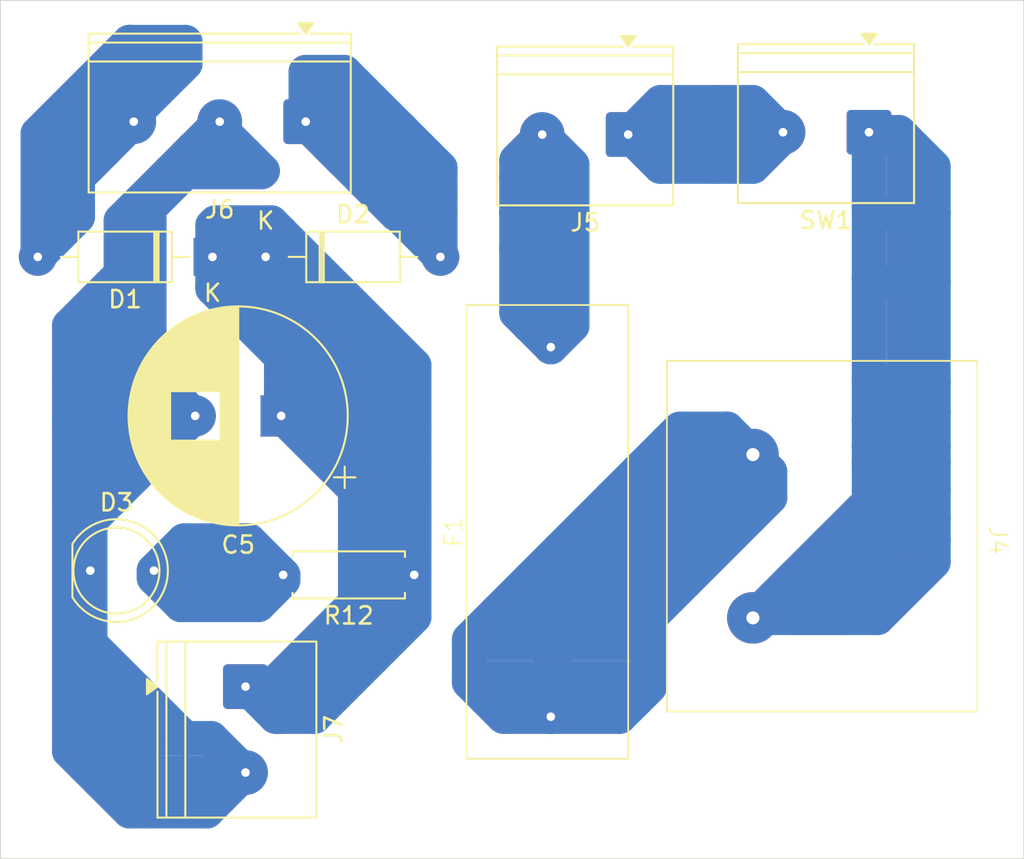
<source format=kicad_pcb>
(kicad_pcb (version 20241229) (generator "pcbnew") (generator_version "9.0")
  (layers (0 "F.Cu" signal) (2 "B.Cu" signal) (13 "F.Paste" user) (15 "B.Paste" user) (5 "F.SilkS" user "F.Silkscreen") (7 "B.SilkS" user "B.Silkscreen") (1 "F.Mask" user) (3 "B.Mask" user) (25 "Edge.Cuts" user))
  (net 0 "")
  (net 1 "Net-(D1-K)")
  (net 2 "GND1")
  (net 3 "Net-(D1-A)")
  (net 4 "Net-(D2-A)")
  (net 5 "Net-(D3-A)")
  (net 6 "Net-(J5-Pin_2)")
  (net 7 "Net-(J4-Pin_1)")
  (net 8 "Net-(J4-Pin_2)")
  (net 9 "Net-(J5-Pin_1)")
  (footprint "Diode_THT:D_DO-41_SOD81_P10.16mm_Horizontal" (layer "F.Cu") (at 122.68 79.8 180)
    (property "Reference" "D1" (at 5.08 -2.47 0) (layer "F.SilkS"))
    (property "Value" "1N4007")
    (fp_text user "K" (at 0 -2.1 0) (layer "F.SilkS"))
    (pad "1" thru_hole rect (at 0 0 180) (size 2.2 2.2) (drill 0.5) (layers "*.Cu" "*.Mask") (net 1 "Net-(D1-K)"))
    (pad "2" thru_hole oval (at 10.16 0 180) (size 2.2 2.2) (drill 0.5) (layers "*.Cu" "*.Mask") (net 3 "Net-(D1-A)"))
  )
  (footprint "TerminalBlock_Phoenix:TerminalBlock_Phoenix_PT-1,5-3-5.0-H_1x03_P5.00mm_Horizontal" (layer "F.Cu") (at 128.1 71.9325 180)
    (property "Reference" "J6" (at 5 -5.12 0) (layer "F.SilkS"))
    (property "Value" "T_Secondary")
    (pad "1" thru_hole roundrect (at 0 0 180) (size 2.6 2.6) (drill 0.5) (layers "*.Cu" "*.Mask") (roundrect_rratio 0.096154) (net 4 "Net-(D2-A)"))
    (pad "2" thru_hole circle (at 5 0 180) (size 2.6 2.6) (drill 0.5) (layers "*.Cu" "*.Mask") (net 2 "GND1"))
    (pad "3" thru_hole circle (at 10 0 180) (size 2.6 2.6) (drill 0.5) (layers "*.Cu" "*.Mask") (net 3 "Net-(D1-A)"))
  )
  (footprint "TerminalBlock_Phoenix:TerminalBlock_Phoenix_PT-1,5-2-5.0-H_1x02_P5.00mm_Horizontal" (layer "F.Cu") (at 160.85 72.55 180)
    (property "Reference" "SW1" (at 2.5 -5.12 0) (layer "F.SilkS"))
    (property "Value" "SW_SPST")
    (pad "1" thru_hole roundrect (at 0 0 180) (size 2.6 2.6) (drill 0.5) (layers "*.Cu" "*.Mask") (roundrect_rratio 0.096154) (net 8 "Net-(J4-Pin_2)"))
    (pad "2" thru_hole circle (at 5 0 180) (size 2.6 2.6) (drill 0.5) (layers "*.Cu" "*.Mask") (net 9 "Net-(J5-Pin_1)"))
  )
  (footprint "LED_THT:LED_D5.0mm" (layer "F.Cu") (at 115.825 98.05)
    (property "Reference" "D3" (at 1.27 -3.96 0) (layer "F.SilkS"))
    (property "Value" "LED")
    (pad "1" thru_hole rect (at -0.25 0) (size 1.8 1.8) (drill 0.5) (layers "*.Cu" "*.Mask") (net 2 "GND1"))
    (pad "2" thru_hole circle (at 3.45 0) (size 1.8 1.8) (drill 0.5) (layers "*.Cu" "*.Mask") (net 5 "Net-(D3-A)"))
  )
  (footprint "Diode_THT:D_DO-41_SOD81_P10.16mm_Horizontal" (layer "F.Cu") (at 125.77 79.8)
    (property "Reference" "D2" (at 5.08 -2.47 0) (layer "F.SilkS"))
    (property "Value" "1N4007")
    (fp_text user "K" (at 0 -2.1 0) (layer "F.SilkS"))
    (pad "1" thru_hole rect (at 0 0) (size 2.2 2.2) (drill 0.5) (layers "*.Cu" "*.Mask") (net 1 "Net-(D1-K)"))
    (pad "2" thru_hole oval (at 10.16 0) (size 2.2 2.2) (drill 0.5) (layers "*.Cu" "*.Mask") (net 4 "Net-(D2-A)"))
  )
  (footprint "TerminalBlock_Phoenix:TerminalBlock_Phoenix_PT-1,5-2-5.0-H_1x02_P5.00mm_Horizontal" (layer "F.Cu") (at 146.85 72.6825 180)
    (property "Reference" "J5" (at 2.5 -5.12 0) (layer "F.SilkS"))
    (property "Value" "T_Primary")
    (pad "1" thru_hole roundrect (at 0 0 180) (size 2.6 2.6) (drill 0.5) (layers "*.Cu" "*.Mask") (roundrect_rratio 0.096154) (net 9 "Net-(J5-Pin_1)"))
    (pad "2" thru_hole circle (at 5 0 180) (size 2.6 2.6) (drill 0.5) (layers "*.Cu" "*.Mask") (net 6 "Net-(J5-Pin_2)"))
  )
  (footprint "TerminalBlock_Phoenix:TerminalBlock_Phoenix_PT-1,5-2-5.0-H_1x02_P5.00mm_Horizontal" (layer "F.Cu") (at 124.6 104.8 -90)
    (property "Reference" "J7" (at 2.5 -5.12 90) (layer "F.SilkS"))
    (property "Value" "DC Output")
    (pad "1" thru_hole roundrect (at 0 0 270) (size 2.6 2.6) (drill 0.5) (layers "*.Cu" "*.Mask") (roundrect_rratio 0.096154) (net 1 "Net-(D1-K)"))
    (pad "2" thru_hole circle (at 5 0 270) (size 2.6 2.6) (drill 0.5) (layers "*.Cu" "*.Mask") (net 2 "GND1"))
  )
  (footprint "MyFuse_THT:BLX-A 5×20 Black Glass Fuse Holder with Cover" (layer "F.Cu") (at 142.1 95.8 90)
    (property "Reference" "F1" (at 0 -5.4 90) (layer "F.SilkS") (effects (font (thickness 0.1))))
    (property "Value" "Fuse")
    (pad "1" thru_hole circle (at -10.75 0.25 90) (size 2 2) (drill 0.5) (layers "*.Cu" "*.Mask") (net 7 "Net-(J4-Pin_1)"))
    (pad "2" thru_hole circle (at 10.75 0.25 90) (size 2 2) (drill 0.5) (layers "*.Cu" "*.Mask") (net 6 "Net-(J5-Pin_2)"))
  )
  (footprint "Capacitor_THT:CP_Radial_D12.5mm_P5.00mm" (layer "F.Cu") (at 126.673959 89.05 180)
    (property "Reference" "C5" (at 2.5 -7.5 0) (layer "F.SilkS"))
    (property "Value" "2200uF")
    (pad "1" thru_hole rect (at 0 0 180) (size 2.4 2.4) (drill 0.5) (layers "*.Cu" "*.Mask") (net 1 "Net-(D1-K)"))
    (pad "2" thru_hole circle (at 5 0 180) (size 2.4 2.4) (drill 0.5) (layers "*.Cu" "*.Mask") (net 2 "GND1"))
  )
  (footprint "Resistor_THT:R_Axial_DIN0207_L6.3mm_D2.5mm_P7.62mm_Horizontal" (layer "F.Cu") (at 134.41 98.3 180)
    (property "Reference" "R12" (at 3.81 -2.37 0) (layer "F.SilkS"))
    (property "Value" "4.7k")
    (pad "1" thru_hole circle (at 0 0 180) (size 1.6 1.6) (drill 0.5) (layers "*.Cu" "*.Mask") (net 1 "Net-(D1-K)"))
    (pad "2" thru_hole oval (at 7.62 0 180) (size 1.6 1.6) (drill 0.5) (layers "*.Cu" "*.Mask") (net 5 "Net-(D3-A)"))
  )
  (footprint "EndTerminal_THT:HB9500-2P_1x2_Screw_Terminal" (layer "F.Cu") (at 156.85 96.05 -90)
    (property "Reference" "J4" (at 0.25 -11.5 270) (layer "F.SilkS") (effects (font (thickness 0.1))))
    (property "Value" "AC Input")
    (pad "1" thru_hole circle (at -4.75 2.75 270) (size 3 3) (drill 0.762) (layers "*.Cu" "*.Mask") (net 7 "Net-(J4-Pin_1)"))
    (pad "2" thru_hole circle (at 4.75 2.75) (size 3 3) (drill 0.762) (layers "*.Cu" "*.Mask") (net 8 "Net-(J4-Pin_2)"))
  )
  (gr_rect (start 110.35 64.88) (end 169.85 114.8) (stroke (width 0.05)) (fill no) (layer "Edge.Cuts"))
  (segment (start 124.6 104.8) (end 126.35 106.55) (width 2) (layer "B.Cu") (net 1))
  (segment (start 130.975 99.925) (end 130.975 96.8) (width 2) (layer "B.Cu") (net 1))
  (segment (start 126.673959 78.373959) (end 126.1 77.8) (width 2) (layer "B.Cu") (net 1))
  (segment (start 134.41 88.05) (end 134.41 86.11) (width 2) (layer "B.Cu") (net 1))
  (segment (start 122.68 79.8) (end 122.68 77.97) (width 2) (layer "B.Cu") (net 1))
  (segment (start 128.88 84.27) (end 134.41 89.8) (width 2) (layer "B.Cu") (net 1))
  (segment (start 128.483959 85.623959) (end 134.41 91.55) (width 2) (layer "B.Cu") (net 1))
  (segment (start 130.505 102.205) (end 134.41 98.3) (width 2) (layer "B.Cu") (net 1))
  (segment (start 122.68 79.8) (end 122.68 81.63) (width 2) (layer "B.Cu") (net 1))
  (segment (start 131.475 103.175) (end 130.505 102.205) (width 2) (layer "B.Cu") (net 1))
  (segment (start 122.68 81.63) (end 123.475 82.425) (width 2) (layer "B.Cu") (net 1))
  (segment (start 126.673959 80.703959) (end 123.446041 80.703959) (width 2) (layer "B.Cu") (net 1))
  (segment (start 126.1 104.8) (end 130.975 99.925) (width 2) (layer "B.Cu") (net 1))
  (segment (start 131.975 103.175) (end 131.475 103.175) (width 2) (layer "B.Cu") (net 1))
  (segment (start 124.6 104.8) (end 126.1 104.8) (width 2) (layer "B.Cu") (net 1))
  (segment (start 126.673959 80.703959) (end 125.77 79.8) (width 2) (layer "B.Cu") (net 1))
  (segment (start 123.6 82.3) (end 123.475 82.425) (width 2) (layer "B.Cu") (net 1))
  (segment (start 133.1 95.476042) (end 132.046979 94.423021) (width 2) (layer "B.Cu") (net 1))
  (segment (start 130.975 96.8) (end 130.975 93.351042) (width 2) (layer "B.Cu") (net 1))
  (segment (start 124.35 79.8) (end 125.77 79.8) (width 2) (layer "B.Cu") (net 1))
  (segment (start 126.673959 83.3) (end 126.673959 82.3) (width 2) (layer "B.Cu") (net 1))
  (segment (start 122.68 79.8) (end 124.35 79.8) (width 2) (layer "B.Cu") (net 1))
  (segment (start 131.975 103.175) (end 134.41 100.74) (width 2) (layer "B.Cu") (net 1))
  (segment (start 126.673959 82.3) (end 126.673959 80.703959) (width 2) (layer "B.Cu") (net 1))
  (segment (start 122.85 77.8) (end 124.11 77.8) (width 2) (layer "B.Cu") (net 1))
  (segment (start 126.673959 85.623959) (end 126.673959 87.05) (width 2) (layer "B.Cu") (net 1))
  (segment (start 126.673959 80.703959) (end 126.673959 78.373959) (width 2) (layer "B.Cu") (net 1))
  (segment (start 126.35 106.55) (end 126.6 106.55) (width 2) (layer "B.Cu") (net 1))
  (segment (start 126.673959 85.623959) (end 128.483959 85.623959) (width 2) (layer "B.Cu") (net 1))
  (segment (start 124.11 77.8) (end 126.1 77.8) (width 2) (layer "B.Cu") (net 1))
  (segment (start 125.77 79.8) (end 125.77 79.46) (width 2) (layer "B.Cu") (net 1))
  (segment (start 134.41 96.786041) (end 132.531979 94.908021) (width 2) (layer "B.Cu") (net 1))
  (segment (start 130.975 93.351042) (end 130.886979 93.263021) (width 2) (layer "B.Cu") (net 1))
  (segment (start 126.673959 78.373959) (end 130.886979 82.586979) (width 2) (layer "B.Cu") (net 1))
  (segment (start 122.68 81.63) (end 122.68 81.47) (width 2) (layer "B.Cu") (net 1))
  (segment (start 126.673959 83.3) (end 127.91 83.3) (width 2) (layer "B.Cu") (net 1))
  (segment (start 126.6 106.55) (end 128.6 106.55) (width 2) (layer "B.Cu") (net 1))
  (segment (start 122.68 77.97) (end 122.85 77.8) (width 2) (layer "B.Cu") (net 1))
  (segment (start 128.6 106.55) (end 131.975 103.175) (width 2) (layer "B.Cu") (net 1))
  (segment (start 122.68 81.47) (end 123.225 80.925) (width 2) (layer "B.Cu") (net 1))
  (segment (start 134.41 94.3) (end 134.41 91.55) (width 2) (layer "B.Cu") (net 1))
  (segment (start 134.41 98.3) (end 134.41 96.786041) (width 2) (layer "B.Cu") (net 1))
  (segment (start 133.1 96.8) (end 133.761979 96.138021) (width 2) (layer "B.Cu") (net 1))
  (segment (start 125.77 79.46) (end 124.11 77.8) (width 2) (layer "B.Cu") (net 1))
  (segment (start 126.1 77.8) (end 126.1 79.47) (width 2) (layer "B.Cu") (net 1))
  (segment (start 134.41 91.55) (end 134.41 89.8) (width 2) (layer "B.Cu") (net 1))
  (segment (start 126.1 79.47) (end 125.77 79.8) (width 2) (layer "B.Cu") (net 1))
  (segment (start 126.673959 80.703959) (end 127.063959 80.703959) (width 2) (layer "B.Cu") (net 1))
  (segment (start 134.41 96.49) (end 134.41 94.3) (width 2) (layer "B.Cu") (net 1))
  (segment (start 127.063959 80.703959) (end 134.41 88.05) (width 2) (layer "B.Cu") (net 1))
  (segment (start 130.975 99.925) (end 134.41 96.49) (width 2) (layer "B.Cu") (net 1))
  (segment (start 127.91 104.8) (end 130.505 102.205) (width 2) (layer "B.Cu") (net 1))
  (segment (start 126.673959 89.05) (end 126.673959 84.55) (width 2) (layer "B.Cu") (net 1))
  (segment (start 134.41 96.786041) (end 133.761979 96.138021) (width 2) (layer "B.Cu") (net 1))
  (segment (start 126.673959 87.05) (end 127.16 87.05) (width 2) (layer "B.Cu") (net 1))
  (segment (start 126.673959 82.3) (end 123.6 82.3) (width 2) (layer "B.Cu") (net 1))
  (segment (start 130.975 96.8) (end 133.1 96.8) (width 2) (layer "B.Cu") (net 1))
  (segment (start 133.1 96.8) (end 133.1 95.476042) (width 2) (layer "B.Cu") (net 1))
  (segment (start 127.91 83.3) (end 128.88 84.27) (width 2) (layer "B.Cu") (net 1))
  (segment (start 132.046979 94.423021) (end 130.886979 93.263021) (width 2) (layer "B.Cu") (net 1))
  (segment (start 134.41 89.8) (end 134.41 88.05) (width 2) (layer "B.Cu") (net 1))
  (segment (start 133.761979 96.138021) (end 132.531979 94.908021) (width 2) (layer "B.Cu") (net 1))
  (segment (start 123.446041 80.703959) (end 123.225 80.925) (width 2) (layer "B.Cu") (net 1))
  (segment (start 134.41 86.11) (end 130.886979 82.586979) (width 2) (layer "B.Cu") (net 1))
  (segment (start 130.886979 82.586979) (end 130.886979 93.263021) (width 2) (layer "B.Cu") (net 1))
  (segment (start 126.673959 87.05) (end 126.673959 89.05) (width 2) (layer "B.Cu") (net 1))
  (segment (start 124.6 104.8) (end 127.91 104.8) (width 2) (layer "B.Cu") (net 1))
  (segment (start 128.6 84.55) (end 128.88 84.27) (width 2) (layer "B.Cu") (net 1))
  (segment (start 127.16 87.05) (end 134.41 94.3) (width 2) (layer "B.Cu") (net 1))
  (segment (start 126.673959 84.55) (end 128.6 84.55) (width 2) (layer "B.Cu") (net 1))
  (segment (start 123.225 80.925) (end 124.35 79.8) (width 2) (layer "B.Cu") (net 1))
  (segment (start 130.886979 93.263021) (end 126.673959 89.05) (width 2) (layer "B.Cu") (net 1))
  (segment (start 123.475 82.425) (end 126.673959 85.623959) (width 2) (layer "B.Cu") (net 1))
  (segment (start 134.41 96.786041) (end 134.41 94.3) (width 2) (layer "B.Cu") (net 1))
  (segment (start 126.673959 84.55) (end 126.673959 83.3) (width 2) (layer "B.Cu") (net 1))
  (segment (start 132.531979 94.908021) (end 132.046979 94.423021) (width 2) (layer "B.Cu") (net 1))
  (segment (start 134.41 100.74) (end 134.41 98.3) (width 2) (layer "B.Cu") (net 1))
  (segment (start 115.575 102.3) (end 115.575 104.3) (width 2) (layer "B.Cu") (net 2))
  (segment (start 119.511979 86.888019) (end 119.01198 86.38802) (width 2) (layer "B.Cu") (net 2))
  (segment (start 116.85 107.8) (end 116.225 108.425) (width 2) (layer "B.Cu") (net 2))
  (segment (start 117.35 77.6825) (end 120.16625 74.86625) (width 2) (layer "B.Cu") (net 2))
  (segment (start 121.075 107.8) (end 118.85 107.8) (width 2) (layer "B.Cu") (net 2))
  (segment (start 118.136979 86.85) (end 118.136979 85.763021) (width 2) (layer "B.Cu") (net 2))
  (segment (start 117.35 84.726041) (end 117.35 80.8) (width 2) (layer "B.Cu") (net 2))
  (segment (start 114.475 108.425) (end 114.35 108.55) (width 2) (layer "B.Cu") (net 2))
  (segment (start 115.575 98.05) (end 115.575 95.148959) (width 2) (layer "B.Cu") (net 2))
  (segment (start 125.6 74.8) (end 125.53375 74.86625) (width 2) (layer "B.Cu") (net 2))
  (segment (start 117.85 112.05) (end 116.1 110.3) (width 2) (layer "B.Cu") (net 2))
  (segment (start 116.761979 90.3) (end 116.761979 89.3) (width 2) (layer "B.Cu") (net 2))
  (segment (start 122.35 112.05) (end 120.6 110.3) (width 2) (layer "B.Cu") (net 2))
  (segment (start 116.761979 93.961979) (end 116.761979 83.211979) (width 2) (layer "B.Cu") (net 2))
  (segment (start 119.511979 88.388021) (end 115.688021 88.388021) (width 2) (layer "B.Cu") (net 2))
  (segment (start 116.761979 93.961979) (end 118.136979 92.586979) (width 2) (layer "B.Cu") (net 2))
  (segment (start 125.53375 74.86625) (end 121.1 74.86625) (width 2) (layer "B.Cu") (net 2))
  (segment (start 118.85 107.8) (end 118.85 107.575) (width 2) (layer "B.Cu") (net 2))
  (segment (start 121.1 74.86625) (end 121.1 73.9325) (width 2) (layer "B.Cu") (net 2))
  (segment (start 118.85 107.8) (end 116.85 107.8) (width 2) (layer "B.Cu") (net 2))
  (segment (start 117.725 108.425) (end 117.1 108.425) (width 2) (layer "B.Cu") (net 2))
  (segment (start 121.1 73.9325) (end 121.54125 73.49125) (width 2) (layer "B.Cu") (net 2))
  (segment (start 114.35 83.8) (end 115.85 82.3) (width 2) (layer "B.Cu") (net 2))
  (segment (start 117.35 80.8) (end 117.35 77.6825) (width 2) (layer "B.Cu") (net 2))
  (segment (start 120.16625 74.86625) (end 121.54125 73.49125) (width 2) (layer "B.Cu") (net 2))
  (segment (start 115.225 109.425) (end 114.35 108.55) (width 2) (layer "B.Cu") (net 2))
  (segment (start 123.1 71.9325) (end 123.1 72.3) (width 2) (layer "B.Cu") (net 2))
  (segment (start 121.85 73.8) (end 121.54125 73.49125) (width 2) (layer "B.Cu") (net 2))
  (segment (start 124.6 73.8) (end 125.6 74.8) (width 2) (layer "B.Cu") (net 2))
  (segment (start 119.511979 88.388021) (end 120.26198 87.63802) (width 2) (layer "B.Cu") (net 2))
  (segment (start 119.01198 76.95427) (end 121.1 74.86625) (width 2) (layer "B.Cu") (net 2))
  (segment (start 116.761979 88.05) (end 116.761979 86.211979) (width 2) (layer "B.Cu") (net 2))
  (segment (start 116.761979 92.05) (end 116.761979 90.3) (width 2) (layer "B.Cu") (net 2))
  (segment (start 124.6 109.8) (end 122.6 107.8) (width 2) (layer "B.Cu") (net 2))
  (segment (start 114.6 92.05) (end 114.35 91.8) (width 2) (layer "B.Cu") (net 2))
  (segment (start 116.1 92.05) (end 114.35 93.8) (width 2) (layer "B.Cu") (net 2))
  (segment (start 124.6 109.8) (end 119.1 109.8) (width 2) (layer "B.Cu") (net 2))
  (segment (start 120.16625 74.86625) (end 121.1 74.86625) (width 2) (layer "B.Cu") (net 2))
  (segment (start 119.511979 91.211979) (end 121.673959 89.05) (width 2) (layer "B.Cu") (net 2))
  (segment (start 115.188021 86.211979) (end 114.35 87.05) (width 2) (layer "B.Cu") (net 2))
  (segment (start 119.511979 91.211979) (end 119.511979 86.888019) (width 2) (layer "B.Cu") (net 2))
  (segment (start 114.35 89.55) (end 114.35 87.05) (width 2) (layer "B.Cu") (net 2))
  (segment (start 117.1 108.425) (end 116.225 108.425) (width 2) (layer "B.Cu") (net 2))
  (segment (start 119.85 110.55) (end 119.85 111.3) (width 2) (layer "B.Cu") (net 2))
  (segment (start 123.1 72.3) (end 124.6 73.8) (width 2) (layer "B.Cu") (net 2))
  (segment (start 118.136979 85.763021) (end 118.26198 85.63802) (width 2) (layer "B.Cu") (net 2))
  (segment (start 116.761979 92.05) (end 114.6 92.05) (width 2) (layer "B.Cu") (net 2))
  (segment (start 119.1 112.05) (end 117.85 112.05) (width 2) (layer "B.Cu") (net 2))
  (segment (start 119.01198 86.38802) (end 119.01198 76.95427) (width 2) (layer "B.Cu") (net 2))
  (segment (start 118.136979 92.586979) (end 118.136979 86.85) (width 2) (layer "B.Cu") (net 2))
  (segment (start 119.85 111.3) (end 119.1 112.05) (width 2) (layer "B.Cu") (net 2))
  (segment (start 115.688021 88.388021) (end 115.35 88.05) (width 2) (layer "B.Cu") (net 2))
  (segment (start 121.54125 73.49125) (end 123.1 71.9325) (width 2) (layer "B.Cu") (net 2))
  (segment (start 117.1 108.425) (end 114.475 108.425) (width 2) (layer "B.Cu") (net 2))
  (segment (start 114.6 89.3) (end 114.35 89.55) (width 2) (layer "B.Cu") (net 2))
  (segment (start 115.575 98.05) (end 115.575 102.3) (width 2) (layer "B.Cu") (net 2))
  (segment (start 116.761979 93.961979) (end 116.761979 92.05) (width 2) (layer "B.Cu") (net 2))
  (segment (start 119.511979 86.888019) (end 118.26198 85.63802) (width 2) (layer "B.Cu") (net 2))
  (segment (start 118.26198 85.63802) (end 117.35 84.726041) (width 2) (layer "B.Cu") (net 2))
  (segment (start 114.35 91.8) (end 114.35 89.55) (width 2) (layer "B.Cu") (net 2))
  (segment (start 121.673959 89.05) (end 120.26198 87.63802) (width 2) (layer "B.Cu") (net 2))
  (segment (start 116.1 110.3) (end 115.225 109.425) (width 2) (layer "B.Cu") (net 2))
  (segment (start 121.075 107.8) (end 115.575 102.3) (width 2) (layer "B.Cu") (net 2))
  (segment (start 122.6 107.8) (end 121.075 107.8) (width 2) (layer "B.Cu") (net 2))
  (segment (start 116.761979 92.05) (end 116.1 92.05) (width 2) (layer "B.Cu") (net 2))
  (segment (start 115.575 95.148959) (end 116.761979 93.961979) (width 2) (layer "B.Cu") (net 2))
  (segment (start 116.761979 90.3) (end 115.1 90.3) (width 2) (layer "B.Cu") (net 2))
  (segment (start 114.35 93.8) (end 114.35 90.636979) (width 2) (layer "B.Cu") (net 2))
  (segment (start 116.761979 89.3) (end 116.761979 88.05) (width 2) (layer "B.Cu") (net 2))
  (segment (start 118.85 107.575) (end 115.575 104.3) (width 2) (layer "B.Cu") (net 2))
  (segment (start 114.35 90.636979) (end 118.136979 86.85) (width 2) (layer "B.Cu") (net 2))
  (segment (start 115.575 104.3) (end 115.575 106.275) (width 2) (layer "B.Cu") (net 2))
  (segment (start 115.85 82.3) (end 117.35 80.8) (width 2) (layer "B.Cu") (net 2))
  (segment (start 116.761979 83.211979) (end 115.85 82.3) (width 2) (layer "B.Cu") (net 2))
  (segment (start 124.6 73.8) (end 121.85 73.8) (width 2) (layer "B.Cu") (net 2))
  (segment (start 116.761979 88.05) (end 115.35 88.05) (width 2) (layer "B.Cu") (net 2))
  (segment (start 116.225 108.425) (end 115.225 109.425) (width 2) (layer "B.Cu") (net 2))
  (segment (start 116.761979 89.3) (end 114.6 89.3) (width 2) (layer "B.Cu") (net 2))
  (segment (start 119.1 109.8) (end 119.85 110.55) (width 2) (layer "B.Cu") (net 2))
  (segment (start 116.761979 86.211979) (end 114.35 83.8) (width 2) (layer "B.Cu") (net 2))
  (segment (start 120.6 110.3) (end 116.1 110.3) (width 2) (layer "B.Cu") (net 2))
  (segment (start 114.35 108.55) (end 114.35 93.8) (width 2) (layer "B.Cu") (net 2))
  (segment (start 118.136979 92.586979) (end 118.886979 91.836979) (width 2) (layer "B.Cu") (net 2))
  (segment (start 122.35 112.05) (end 119.1 112.05) (width 2) (layer "B.Cu") (net 2))
  (segment (start 115.575 106.275) (end 117.725 108.425) (width 2) (layer "B.Cu") (net 2))
  (segment (start 119.511979 91.211979) (end 119.511979 88.388021) (width 2) (layer "B.Cu") (net 2))
  (segment (start 115.1 90.3) (end 114.35 89.55) (width 2) (layer "B.Cu") (net 2))
  (segment (start 114.35 87.05) (end 114.35 83.8) (width 2) (layer "B.Cu") (net 2))
  (segment (start 115.35 88.05) (end 114.35 87.05) (width 2) (layer "B.Cu") (net 2))
  (segment (start 117.725 108.425) (end 119.1 109.8) (width 2) (layer "B.Cu") (net 2))
  (segment (start 114.35 93.8) (end 114.35 91.8) (width 2) (layer "B.Cu") (net 2))
  (segment (start 118.886979 91.836979) (end 119.511979 91.211979) (width 2) (layer "B.Cu") (net 2))
  (segment (start 120.26198 87.63802) (end 118.26198 85.63802) (width 2) (layer "B.Cu") (net 2))
  (segment (start 116.761979 86.211979) (end 115.188021 86.211979) (width 2) (layer "B.Cu") (net 2))
  (segment (start 124.6 109.8) (end 122.35 112.05) (width 2) (layer "B.Cu") (net 2))
  (segment (start 113.66625 76.36625) (end 113.66625 74.23375) (width 2) (layer "B.Cu") (net 3))
  (segment (start 118.1 67.55) (end 118.1 68.55) (width 2) (layer "B.Cu") (net 3))
  (segment (start 118.1 68.55) (end 118.1 69.8) (width 2) (layer "B.Cu") (net 3))
  (segment (start 113.66625 76.36625) (end 116.54125 73.49125) (width 2) (layer "B.Cu") (net 3))
  (segment (start 118.1 69.8) (end 118.1 71.9325) (width 2) (layer "B.Cu") (net 3))
  (segment (start 118.1 71.55) (end 121.1 68.55) (width 2) (layer "B.Cu") (net 3))
  (segment (start 120.475 69.175) (end 118.725 69.175) (width 2) (layer "B.Cu") (net 3))
  (segment (start 112.52 79.8) (end 112.52 77.5125) (width 2) (layer "B.Cu") (net 3))
  (segment (start 112.52 77.5125) (end 113.66625 76.36625) (width 2) (layer "B.Cu") (net 3))
  (segment (start 116.54125 73.49125) (end 118.1 71.9325) (width 2) (layer "B.Cu") (net 3))
  (segment (start 113.5175 78.51) (end 112.52 77.5125) (width 2) (layer "B.Cu") (net 3))
  (segment (start 118.1 71.9325) (end 118.1 71.55) (width 2) (layer "B.Cu") (net 3))
  (segment (start 114.1 71.05) (end 117.85 67.3) (width 2) (layer "B.Cu") (net 3))
  (segment (start 118.725 69.175) (end 118.1 68.55) (width 2) (layer "B.Cu") (net 3))
  (segment (start 115.66625 74.36625) (end 116.54125 73.49125) (width 2) (layer "B.Cu") (net 3))
  (segment (start 113.81 78.51) (end 113.5175 78.51) (width 2) (layer "B.Cu") (net 3))
  (segment (start 114.85 75.1825) (end 115.66625 74.36625) (width 2) (layer "B.Cu") (net 3))
  (segment (start 115.66625 74.36625) (end 114.1 72.8) (width 2) (layer "B.Cu") (net 3))
  (segment (start 114.1 72.8) (end 114.1 71.05) (width 2) (layer "B.Cu") (net 3))
  (segment (start 114.85 77.47) (end 114.85 75.1825) (width 2) (layer "B.Cu") (net 3))
  (segment (start 112.52 72.63) (end 114.1 71.05) (width 2) (layer "B.Cu") (net 3))
  (segment (start 121.1 67.3) (end 117.85 67.3) (width 2) (layer "B.Cu") (net 3))
  (segment (start 117.85 67.3) (end 118.1 67.55) (width 2) (layer "B.Cu") (net 3))
  (segment (start 121.1 68.55) (end 120.475 69.175) (width 2) (layer "B.Cu") (net 3))
  (segment (start 112.52 79.8) (end 113.81 78.51) (width 2) (layer "B.Cu") (net 3))
  (segment (start 113.66625 74.23375) (end 118.1 69.8) (width 2) (layer "B.Cu") (net 3))
  (segment (start 121.1 68.55) (end 121.1 67.3) (width 2) (layer "B.Cu") (net 3))
  (segment (start 113.81 78.51) (end 114.85 77.47) (width 2) (layer "B.Cu") (net 3))
  (segment (start 112.52 79.8) (end 112.52 72.63) (width 2) (layer "B.Cu") (net 3))
  (segment (start 133.6 72.3) (end 132.86 72.3) (width 2) (layer "B.Cu") (net 4))
  (segment (start 128.1 71.9325) (end 128.1 69.05) (width 2) (layer "B.Cu") (net 4))
  (segment (start 133.43 77.3) (end 135.93 79.8) (width 2) (layer "B.Cu") (net 4))
  (segment (start 133.68 77.05) (end 133.43 77.3) (width 2) (layer "B.Cu") (net 4))
  (segment (start 131.475 75.425) (end 133.35 77.3) (width 2) (layer "B.Cu") (net 4))
  (segment (start 131.725 74.175) (end 130.225 74.175) (width 2) (layer "B.Cu") (net 4))
  (segment (start 135.93 77.05) (end 135.93 79.8) (width 2) (layer "B.Cu") (net 4))
  (segment (start 131.68 74.63) (end 131.475 74.425) (width 2) (layer "B.Cu") (net 4))
  (segment (start 130.225 74.175) (end 129.35 73.3) (width 2) (layer "B.Cu") (net 4))
  (segment (start 128.1 72.05) (end 129.35 73.3) (width 2) (layer "B.Cu") (net 4))
  (segment (start 130.35 72.3) (end 130.35 71.3) (width 2) (layer "B.Cu") (net 4))
  (segment (start 132.475 73.425) (end 131.725 74.175) (width 2) (layer "B.Cu") (net 4))
  (segment (start 128.1 69.05) (end 130.35 69.05) (width 2) (layer "B.Cu") (net 4))
  (segment (start 130.35 69.05) (end 133.6 72.3) (width 2) (layer "B.Cu") (net 4))
  (segment (start 135.93 74.63) (end 135.93 76.05) (width 2) (layer "B.Cu") (net 4))
  (segment (start 135.93 74.63) (end 131.68 74.63) (width 2) (layer "B.Cu") (net 4))
  (segment (start 128.1 71.9325) (end 128.1 72.05) (width 2) (layer "B.Cu") (net 4))
  (segment (start 131.475 75.425) (end 131.475 74.425) (width 2) (layer "B.Cu") (net 4))
  (segment (start 129.35 73.3) (end 131.475 75.425) (width 2) (layer "B.Cu") (net 4))
  (segment (start 130.35 71.3) (end 128.1 69.05) (width 2) (layer "B.Cu") (net 4))
  (segment (start 132.86 72.3) (end 132.4925 71.9325) (width 2) (layer "B.Cu") (net 4))
  (segment (start 135.93 76.05) (end 132.1 76.05) (width 2) (layer "B.Cu") (net 4))
  (segment (start 132.1 76.05) (end 131.475 75.425) (width 2) (layer "B.Cu") (net 4))
  (segment (start 131.475 74.425) (end 132.475 73.425) (width 2) (layer "B.Cu") (net 4))
  (segment (start 135.93 77.05) (end 133.68 77.05) (width 2) (layer "B.Cu") (net 4))
  (segment (start 132.86 72.3) (end 130.35 72.3) (width 2) (layer "B.Cu") (net 4))
  (segment (start 133.35 77.3) (end 133.43 77.3) (width 2) (layer "B.Cu") (net 4))
  (segment (start 133.6 72.3) (end 135.93 74.63) (width 2) (layer "B.Cu") (net 4))
  (segment (start 130.35 72.3) (end 129.35 73.3) (width 2) (layer "B.Cu") (net 4))
  (segment (start 132.4925 71.9325) (end 128.1 71.9325) (width 2) (layer "B.Cu") (net 4))
  (segment (start 132.475 73.425) (end 133.6 72.3) (width 2) (layer "B.Cu") (net 4))
  (segment (start 135.93 76.05) (end 135.93 77.05) (width 2) (layer "B.Cu") (net 4))
  (segment (start 123.85 98.05) (end 126.54 98.05) (width 2) (layer "B.Cu") (net 5))
  (segment (start 121.94 98.3) (end 121.69 98.05) (width 2) (layer "B.Cu") (net 5))
  (segment (start 119.275 98.05) (end 119.275 98.475) (width 2) (layer "B.Cu") (net 5))
  (segment (start 122.98 98.3) (end 121.94 98.3) (width 2) (layer "B.Cu") (net 5))
  (segment (start 121.69 98.05) (end 123.85 98.05) (width 2) (layer "B.Cu") (net 5))
  (segment (start 122.98 98.3) (end 122.6 98.3) (width 2) (layer "B.Cu") (net 5))
  (segment (start 119.275 98.05) (end 121.025 96.3) (width 2) (layer "B.Cu") (net 5))
  (segment (start 123.85 100.05) (end 123.85 98.05) (width 2) (layer "B.Cu") (net 5))
  (segment (start 123.85 100.05) (end 125.35 100.05) (width 2) (layer "B.Cu") (net 5))
  (segment (start 126.79 98.3) (end 126.79 98.61) (width 2) (layer "B.Cu") (net 5))
  (segment (start 124.79 96.3) (end 126.54 98.05) (width 2) (layer "B.Cu") (net 5))
  (segment (start 121.025 96.3) (end 124.79 96.3) (width 2) (layer "B.Cu") (net 5))
  (segment (start 126.79 98.61) (end 125.35 100.05) (width 2) (layer "B.Cu") (net 5))
  (segment (start 126.54 98.05) (end 126.79 98.3) (width 2) (layer "B.Cu") (net 5))
  (segment (start 119.275 98.475) (end 120.85 100.05) (width 2) (layer "B.Cu") (net 5))
  (segment (start 119.275 98.05) (end 121.69 98.05) (width 2) (layer "B.Cu") (net 5))
  (segment (start 122.6 98.3) (end 120.85 100.05) (width 2) (layer "B.Cu") (net 5))
  (segment (start 120.85 100.05) (end 123.85 100.05) (width 2) (layer "B.Cu") (net 5))
  (segment (start 126.79 98.3) (end 122.98 98.3) (width 2) (layer "B.Cu") (net 5))
  (segment (start 140.6 79.55) (end 140.35 79.3) (width 2) (layer "B.Cu") (net 6))
  (segment (start 142.35 79.55) (end 142.35 73.1825) (width 2) (layer "B.Cu") (net 6))
  (segment (start 143.6 83.8) (end 142.35 85.05) (width 2) (layer "B.Cu") (net 6))
  (segment (start 141.075 83.775) (end 140.35 83.05) (width 2) (layer "B.Cu") (net 6))
  (segment (start 141.32 76.28) (end 140.35 77.25) (width 2) (layer "B.Cu") (net 6))
  (segment (start 142.35 85.05) (end 142.35 79.55) (width 2) (layer "B.Cu") (net 6))
  (segment (start 142.35 73.1825) (end 141.85 72.6825) (width 2) (layer "B.Cu") (net 6))
  (segment (start 140.35 83.05) (end 140.35 79.3) (width 2) (layer "B.Cu") (net 6))
  (segment (start 140.35 77.25) (end 140.35 75.15) (width 2) (layer "B.Cu") (net 6))
  (segment (start 141.85 83) (end 141.075 83.775) (width 2) (layer "B.Cu") (net 6))
  (segment (start 143.6 78.4) (end 140.35 75.15) (width 2) (layer "B.Cu") (net 6))
  (segment (start 143.6 81.95) (end 143.6 78.4) (width 2) (layer "B.Cu") (net 6))
  (segment (start 141.85 72.6825) (end 143.6 74.4325) (width 2) (layer "B.Cu") (net 6))
  (segment (start 140.35 79.3) (end 140.35 77.25) (width 2) (layer "B.Cu") (net 6))
  (segment (start 140.35 75.15) (end 140.35 74.1825) (width 2) (layer "B.Cu") (net 6))
  (segment (start 143.6 81.95) (end 143.6 83.8) (width 2) (layer "B.Cu") (net 6))
  (segment (start 143.6 76.28) (end 141.32 76.28) (width 2) (layer "B.Cu") (net 6))
  (segment (start 141.85 72.6825) (end 141.85 83) (width 2) (layer "B.Cu") (net 6))
  (segment (start 142.35 79.55) (end 140.6 79.55) (width 2) (layer "B.Cu") (net 6))
  (segment (start 142.35 85.05) (end 141.075 83.775) (width 2) (layer "B.Cu") (net 6))
  (segment (start 140.35 74.1825) (end 141.85 72.6825) (width 2) (layer "B.Cu") (net 6))
  (segment (start 143.6 76.28) (end 143.6 81.95) (width 2) (layer "B.Cu") (net 6))
  (segment (start 143.6 74.4325) (end 143.6 76.28) (width 2) (layer "B.Cu") (net 6))
  (segment (start 147.475 92.175) (end 151.85 92.175) (width 2) (layer "B.Cu") (net 7))
  (segment (start 148.1 102.55) (end 148.1 100.8) (width 2) (layer "B.Cu") (net 7))
  (segment (start 142.35 106.55) (end 139.6 106.55) (width 2) (layer "B.Cu") (net 7))
  (segment (start 149.85 89.8) (end 149.1 90.55) (width 2) (layer "B.Cu") (net 7))
  (segment (start 148.35 96.8) (end 150.225 98.675) (width 2) (layer "B.Cu") (net 7))
  (segment (start 148.1 103.8) (end 148.1 102.55) (width 2) (layer "B.Cu") (net 7))
  (segment (start 147.975 95.925) (end 147.975 97.425) (width 2) (layer "B.Cu") (net 7))
  (segment (start 151.35 96.8) (end 151.725 96.425) (width 2) (layer "B.Cu") (net 7))
  (segment (start 145.85 93.8) (end 152.85 93.8) (width 2) (layer "B.Cu") (net 7))
  (segment (start 152.85 93.8) (end 153.975 94.925) (width 2) (layer "B.Cu") (net 7))
  (segment (start 150.475 95.175) (end 150.725 94.925) (width 2) (layer "B.Cu") (net 7))
  (segment (start 137.6 104.55) (end 137.6 104.3) (width 2) (layer "B.Cu") (net 7))
  (segment (start 155.1 93.8) (end 155.1 92.3) (width 2) (layer "B.Cu") (net 7))
  (segment (start 151.85 92.175) (end 151.85 90.55) (width 2) (layer "B.Cu") (net 7))
  (segment (start 139.35 106.3) (end 138.6 105.55) (width 2) (layer "B.Cu") (net 7))
  (segment (start 145.85 93.8) (end 147.975 95.925) (width 2) (layer "B.Cu") (net 7))
  (segment (start 139.225 100.425) (end 147.725 100.425) (width 2) (layer "B.Cu") (net 7))
  (segment (start 142.35 106.55) (end 146.35 106.55) (width 2) (layer "B.Cu") (net 7))
  (segment (start 141.1 98.55) (end 148.1 98.55) (width 2) (layer "B.Cu") (net 7))
  (segment (start 155.1 92.3) (end 154.1 91.3) (width 2) (layer "B.Cu") (net 7))
  (segment (start 147.975 97.425) (end 142.35 103.05) (width 2) (layer "B.Cu") (net 7))
  (segment (start 154.1 91.3) (end 152.6 89.8) (width 2) (layer "B.Cu") (net 7))
  (segment (start 148.1 104.8) (end 148.1 103.8) (width 2) (layer "B.Cu") (net 7))
  (segment (start 138.6 105.55) (end 147.35 105.55) (width 2) (layer "B.Cu") (net 7))
  (segment (start 150.725 94.925) (end 153.975 94.925) (width 2) (layer "B.Cu") (net 7))
  (segment (start 142.85 96.8) (end 148.35 96.8) (width 2) (layer "B.Cu") (net 7))
  (segment (start 142.85 96.8) (end 144.475 95.175) (width 2) (layer "B.Cu") (net 7))
  (segment (start 139.225 100.425) (end 141.1 98.55) (width 2) (layer "B.Cu") (net 7))
  (segment (start 147.35 105.55) (end 148.1 104.8) (width 2) (layer "B.Cu") (net 7))
  (segment (start 147.725 100.425) (end 148.1 100.8) (width 2) (layer "B.Cu") (net 7))
  (segment (start 148.1 98.55) (end 149.225 99.675) (width 2) (layer "B.Cu") (net 7))
  (segment (start 141.1 98.55) (end 142.85 96.8) (width 2) (layer "B.Cu") (net 7))
  (segment (start 153.475 92.175) (end 155.1 93.8) (width 2) (layer "B.Cu") (net 7))
  (segment (start 137.6 102.3) (end 147.85 102.3) (width 2) (layer "B.Cu") (net 7))
  (segment (start 147.85 102.3) (end 148.1 102.55) (width 2) (layer "B.Cu") (net 7))
  (segment (start 147.475 92.175) (end 145.85 93.8) (width 2) (layer "B.Cu") (net 7))
  (segment (start 137.6 102.05) (end 139.225 100.425) (width 2) (layer "B.Cu") (net 7))
  (segment (start 137.6 102.3) (end 137.6 102.05) (width 2) (layer "B.Cu") (net 7))
  (segment (start 149.1 90.55) (end 151.85 90.55) (width 2) (layer "B.Cu") (net 7))
  (segment (start 153.975 94.925) (end 155.1 93.8) (width 2) (layer "B.Cu") (net 7))
  (segment (start 151.85 90.55) (end 152.6 89.8) (width 2) (layer "B.Cu") (net 7))
  (segment (start 142.35 103.05) (end 142.35 106.55) (width 2) (layer "B.Cu") (net 7))
  (segment (start 147.6 104.3) (end 148.1 103.8) (width 2) (layer "B.Cu") (net 7))
  (segment (start 137.6 104.3) (end 137.6 102.3) (width 2) (layer "B.Cu") (net 7))
  (segment (start 150.225 98.675) (end 152.225 96.675) (width 2) (layer "B.Cu") (net 7))
  (segment (start 139.6 106.55) (end 139.35 106.3) (width 2) (layer "B.Cu") (net 7))
  (segment (start 154.1 91.3) (end 150.35 95.05) (width 2) (layer "B.Cu") (net 7))
  (segment (start 137.6 104.3) (end 147.6 104.3) (width 2) (layer "B.Cu") (net 7))
  (segment (start 144.475 95.175) (end 145.85 93.8) (width 2) (layer "B.Cu") (net 7))
  (segment (start 146.35 106.55) (end 147.1 105.8) (width 2) (layer "B.Cu") (net 7))
  (segment (start 152.225 96.675) (end 153.975 94.925) (width 2) (layer "B.Cu") (net 7))
  (segment (start 151.725 96.425) (end 150.35 95.05) (width 2) (layer "B.Cu") (net 7))
  (segment (start 148.35 96.8) (end 151.35 96.8) (width 2) (layer "B.Cu") (net 7))
  (segment (start 151.975 96.675) (end 151.725 96.425) (width 2) (layer "B.Cu") (net 7))
  (segment (start 149.225 99.675) (end 150.225 98.675) (width 2) (layer "B.Cu") (net 7))
  (segment (start 138.6 105.55) (end 137.6 104.55) (width 2) (layer "B.Cu") (net 7))
  (segment (start 148.1 100.8) (end 149.225 99.675) (width 2) (layer "B.Cu") (net 7))
  (segment (start 151.85 92.175) (end 153.475 92.175) (width 2) (layer "B.Cu") (net 7))
  (segment (start 150.475 95.175) (end 151.975 96.675) (width 2) (layer "B.Cu") (net 7))
  (segment (start 150.35 95.05) (end 147.975 97.425) (width 2) (layer "B.Cu") (net 7))
  (segment (start 152.6 89.8) (end 149.85 89.8) (width 2) (layer "B.Cu") (net 7))
  (segment (start 147.1 105.8) (end 148.1 104.8) (width 2) (layer "B.Cu") (net 7))
  (segment (start 144.475 95.175) (end 150.475 95.175) (width 2) (layer "B.Cu") (net 7))
  (segment (start 152.225 96.675) (end 151.975 96.675) (width 2) (layer "B.Cu") (net 7))
  (segment (start 149.1 90.55) (end 147.475 92.175) (width 2) (layer "B.Cu") (net 7))
  (segment (start 164.6 90.8) (end 160.85 90.8) (width 2) (layer "B.Cu") (net 8))
  (segment (start 163.85 98.3) (end 164.6 97.55) (width 2) (layer "B.Cu") (net 8))
  (segment (start 161.35 100.8) (end 162.85 99.3) (width 2) (layer "B.Cu") (net 8))
  (segment (start 162.1 96.3) (end 160.35 94.55) (width 2) (layer "B.Cu") (net 8))
  (segment (start 164.6 96.3) (end 158.6 96.3) (width 2) (layer "B.Cu") (net 8))
  (segment (start 164.6 77.25) (end 164.6 81.3) (width 2) (layer "B.Cu") (net 8))
  (segment (start 164.6 77.25) (end 161.17 77.25) (width 2) (layer "B.Cu") (net 8))
  (segment (start 164.6 87.05) (end 162.85 87.05) (width 2) (layer "B.Cu") (net 8))
  (segment (start 159.35 100.8) (end 161.85 98.3) (width 2) (layer "B.Cu") (net 8))
  (segment (start 162.85 99.3) (end 164.6 97.55) (width 2) (layer "B.Cu") (net 8))
  (segment (start 162.85 94.05) (end 161.85 95.05) (width 2) (layer "B.Cu") (net 8))
  (segment (start 160.85 91.8) (end 160.85 94.05) (width 2) (layer "B.Cu") (net 8))
  (segment (start 160.85 72.55) (end 162.6 72.55) (width 2) (layer "B.Cu") (net 8))
  (segment (start 161.17 77.25) (end 160.85 76.93) (width 2) (layer "B.Cu") (net 8))
  (segment (start 162.85 86.3) (end 162.85 72.8) (width 2) (layer "B.Cu") (net 8))
  (segment (start 160.85 90.8) (end 160.85 91.8) (width 2) (layer "B.Cu") (net 8))
  (segment (start 160.85 76.93) (end 160.85 81.05) (width 2) (layer "B.Cu") (net 8))
  (segment (start 164.6 87.05) (end 164.6 81.3) (width 2) (layer "B.Cu") (net 8))
  (segment (start 164.6 88.8) (end 164.6 87.05) (width 2) (layer "B.Cu") (net 8))
  (segment (start 162.85 86.3) (end 162.85 94.05) (width 2) (layer "B.Cu") (net 8))
  (segment (start 156.1 98.8) (end 156.6 98.3) (width 2) (layer "B.Cu") (net 8))
  (segment (start 164.6 88.8) (end 161.35 88.8) (width 2) (layer "B.Cu") (net 8))
  (segment (start 155.35 99.55) (end 154.1 100.8) (width 2) (layer "B.Cu") (net 8))
  (segment (start 156.6 100.8) (end 159.35 100.8) (width 2) (layer "B.Cu") (net 8))
  (segment (start 164.6 81.3) (end 161.1 81.3) (width 2) (layer "B.Cu") (net 8))
  (segment (start 164.6 93.3) (end 161.6 93.3) (width 2) (layer "B.Cu") (net 8))
  (segment (start 156.1 98.8) (end 155.35 99.55) (width 2) (layer "B.Cu") (net 8))
  (segment (start 164.6 93.3) (end 164.6 91.8) (width 2) (layer "B.Cu") (net 8))
  (segment (start 164.6 91.8) (end 164.6 90.8) (width 2) (layer "B.Cu") (net 8))
  (segment (start 164.6 96.3) (end 164.6 95.05) (width 2) (layer "B.Cu") (net 8))
  (segment (start 156.6 98.3) (end 157.85 98.3) (width 2) (layer "B.Cu") (net 8))
  (segment (start 159.1 98.3) (end 161.85 98.3) (width 2) (layer "B.Cu") (net 8))
  (segment (start 160.85 72.55) (end 160.85 76.93) (width 2) (layer "B.Cu") (net 8))
  (segment (start 162.85 72.8) (end 162.6 72.55) (width 2) (layer "B.Cu") (net 8))
  (segment (start 155.35 99.55) (end 156.6 100.8) (width 2) (layer "B.Cu") (net 8))
  (segment (start 164.6 91.8) (end 160.85 91.8) (width 2) (layer "B.Cu") (net 8))
  (segment (start 154.1 100.8) (end 161.35 100.8) (width 2) (layer "B.Cu") (net 8))
  (segment (start 161.1 81.3) (end 160.85 81.05) (width 2) (layer "B.Cu") (net 8))
  (segment (start 157.85 98.3) (end 159.1 98.3) (width 2) (layer "B.Cu") (net 8))
  (segment (start 160.85 81.05) (end 160.85 87.05) (width 2) (layer "B.Cu") (net 8))
  (segment (start 161.6 93.3) (end 160.85 94.05) (width 2) (layer "B.Cu") (net 8))
  (segment (start 160.35 94.55) (end 158.35 96.55) (width 2) (layer "B.Cu") (net 8))
  (segment (start 158.6 96.3) (end 158.35 96.55) (width 2) (layer "B.Cu") (net 8))
  (segment (start 162.85 87.05) (end 160.85 87.05) (width 2) (layer "B.Cu") (net 8))
  (segment (start 164.6 95.05) (end 161.85 95.05) (width 2) (layer "B.Cu") (net 8))
  (segment (start 156.6 100.8) (end 159.1 98.3) (width 2) (layer "B.Cu") (net 8))
  (segment (start 164.6 74.55) (end 164.6 77.25) (width 2) (layer "B.Cu") (net 8))
  (segment (start 164.6 97.55) (end 164.6 96.3) (width 2) (layer "B.Cu") (net 8))
  (segment (start 161.35 88.8) (end 160.85 89.3) (width 2) (layer "B.Cu") (net 8))
  (segment (start 161.85 95.05) (end 160.85 94.05) (width 2) (layer "B.Cu") (net 8))
  (segment (start 160.85 87.05) (end 160.85 89.3) (width 2) (layer "B.Cu") (net 8))
  (segment (start 164.6 96.3) (end 162.1 96.3) (width 2) (layer "B.Cu") (net 8))
  (segment (start 164.6 90.8) (end 164.6 88.8) (width 2) (layer "B.Cu") (net 8))
  (segment (start 160.85 94.05) (end 160.35 94.55) (width 2) (layer "B.Cu") (net 8))
  (segment (start 161.85 98.3) (end 162.85 99.3) (width 2) (layer "B.Cu") (net 8))
  (segment (start 162.6 72.55) (end 164.6 74.55) (width 2) (layer "B.Cu") (net 8))
  (segment (start 164.6 95.05) (end 164.6 93.3) (width 2) (layer "B.Cu") (net 8))
  (segment (start 160.85 89.3) (end 160.85 90.8) (width 2) (layer "B.Cu") (net 8))
  (segment (start 162.85 87.05) (end 162.85 86.3) (width 2) (layer "B.Cu") (net 8))
  (segment (start 157.85 98.3) (end 163.85 98.3) (width 2) (layer "B.Cu") (net 8))
  (segment (start 158.35 96.55) (end 156.1 98.8) (width 2) (layer "B.Cu") (net 8))
  (segment (start 152.1 72.55) (end 152.1 70.8) (width 2) (layer "B.Cu") (net 9))
  (segment (start 155.85 72.8) (end 155.85 72.55) (width 2) (layer "B.Cu") (net 9))
  (segment (start 148.85 70.8) (end 152.1 70.8) (width 2) (layer "B.Cu") (net 9))
  (segment (start 152.1 70.8) (end 154.1 70.8) (width 2) (layer "B.Cu") (net 9))
  (segment (start 146.9825 72.55) (end 146.85 72.6825) (width 2) (layer "B.Cu") (net 9))
  (segment (start 151.85 74.55) (end 151.85 74.05) (width 2) (layer "B.Cu") (net 9))
  (segment (start 155.85 72.55) (end 153.35 72.55) (width 2) (layer "B.Cu") (net 9))
  (segment (start 146.85 72.6825) (end 148.7175 74.55) (width 2) (layer "B.Cu") (net 9))
  (segment (start 148.7325 70.8) (end 148.85 70.8) (width 2) (layer "B.Cu") (net 9))
  (segment (start 152.1 72.55) (end 146.9825 72.55) (width 2) (layer "B.Cu") (net 9))
  (segment (start 154.1 74.55) (end 155.85 72.8) (width 2) (layer "B.Cu") (net 9))
  (segment (start 148.7175 74.55) (end 151.85 74.55) (width 2) (layer "B.Cu") (net 9))
  (segment (start 154.1 70.8) (end 155.85 72.55) (width 2) (layer "B.Cu") (net 9))
  (segment (start 151.85 74.55) (end 154.1 74.55) (width 2) (layer "B.Cu") (net 9))
  (segment (start 146.85 72.6825) (end 148.7325 70.8) (width 2) (layer "B.Cu") (net 9))
  (segment (start 153.35 72.55) (end 152.1 72.55) (width 2) (layer "B.Cu") (net 9))
  (segment (start 151.85 74.05) (end 153.35 72.55) (width 2) (layer "B.Cu") (net 9))
)
</source>
